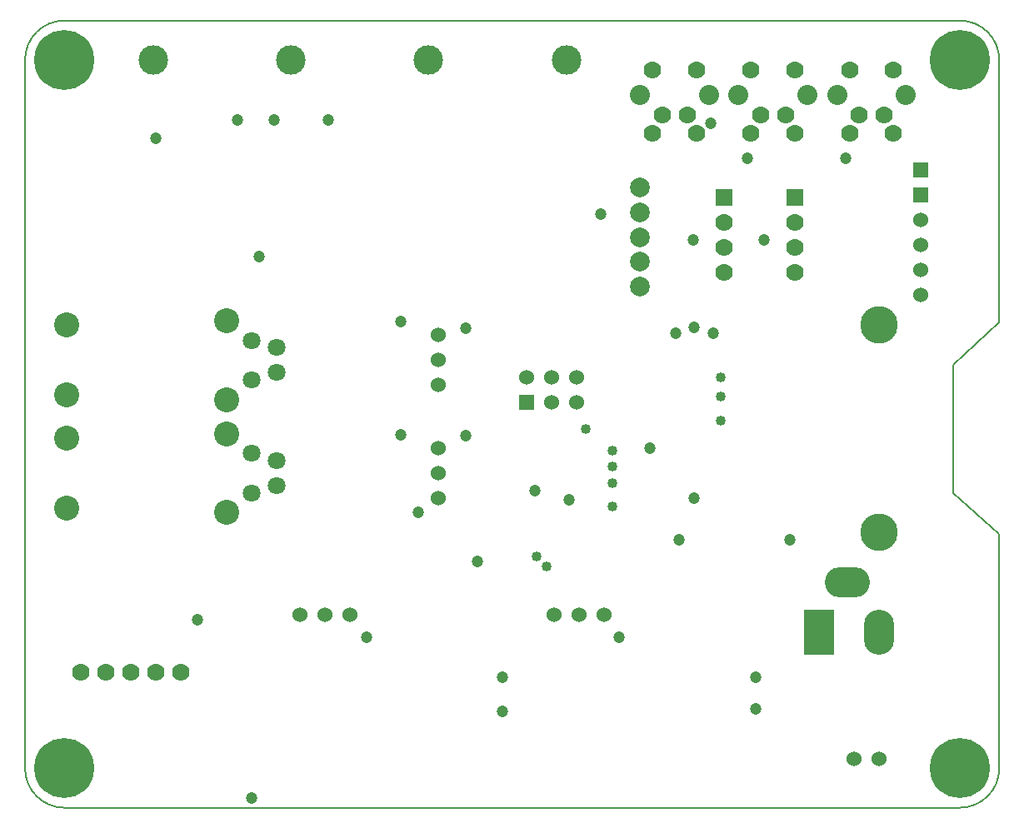
<source format=gbs>
G04 #@! TF.FileFunction,Soldermask,Bot*
%FSLAX46Y46*%
G04 Gerber Fmt 4.6, Leading zero omitted, Abs format (unit mm)*
G04 Created by KiCad (PCBNEW 4.0.0-2.201511301921+6191~38~ubuntu15.10.1-stable) date Mon Dec  7 23:41:22 2015*
%MOMM*%
G01*
G04 APERTURE LIST*
%ADD10C,0.025400*%
%ADD11C,0.127000*%
%ADD12C,1.200000*%
%ADD13C,1.016000*%
%ADD14C,3.810000*%
%ADD15R,1.524000X1.524000*%
%ADD16C,1.524000*%
%ADD17C,1.778000*%
%ADD18R,1.778000X1.778000*%
%ADD19C,2.540000*%
%ADD20C,1.800000*%
%ADD21O,3.048000X4.572000*%
%ADD22R,3.048000X4.572000*%
%ADD23O,4.572000X3.048000*%
%ADD24C,6.096000*%
%ADD25C,2.032000*%
%ADD26C,2.000000*%
%ADD27C,3.000000*%
G04 APERTURE END LIST*
D10*
D11*
X4000000Y0D02*
X95000000Y0D01*
X99000000Y49300000D02*
X94300000Y45000000D01*
X99000000Y76000000D02*
X99000000Y49300000D01*
X94300000Y38500000D02*
X94300000Y45000000D01*
X94300000Y32000000D02*
X94300000Y38500000D01*
X99000000Y27800000D02*
X94300000Y32000000D01*
X99000000Y4000000D02*
X99000000Y27800000D01*
X0Y76000000D02*
X0Y4000000D01*
X95000000Y80000000D02*
X4000000Y80000000D01*
X99000000Y76000000D02*
G75*
G03X95000000Y80000000I-4000000J0D01*
G01*
X95000000Y0D02*
G75*
G03X99000000Y4000000I0J4000000D01*
G01*
X0Y4000000D02*
G75*
G03X4000000Y0I4000000J0D01*
G01*
X4000000Y80000000D02*
G75*
G03X0Y76000000I0J-4000000D01*
G01*
D12*
X23000000Y1000000D03*
X74250000Y10000000D03*
X74250000Y13250000D03*
X60400000Y17300000D03*
X48500000Y13250000D03*
X17500000Y19100000D03*
X44750000Y48750000D03*
X63500000Y36500000D03*
X66500000Y27250000D03*
X77750000Y27250000D03*
X68000000Y48800000D03*
X69900000Y48200000D03*
X66100000Y48200000D03*
X46000000Y25000000D03*
X58500000Y60300000D03*
X75100000Y57700000D03*
X67900000Y57700000D03*
X83400000Y66000000D03*
X73400000Y66000000D03*
X69700000Y69600000D03*
X38200000Y49400000D03*
X38200000Y37900000D03*
X68000000Y31500000D03*
X55300000Y31300000D03*
X40000000Y30000000D03*
X51800000Y32200000D03*
X23800000Y56000000D03*
X30800000Y69900000D03*
X21600000Y69900000D03*
X13300000Y68000000D03*
X25300000Y69900000D03*
D13*
X57000000Y38500000D03*
X70700000Y41800000D03*
X70700000Y43700000D03*
X70700000Y39300000D03*
X52000000Y25500000D03*
X59700000Y34700000D03*
X59700000Y36300000D03*
X59650000Y30600000D03*
X59700000Y33000000D03*
X53000000Y24500000D03*
D14*
X86750000Y49041000D03*
X86750000Y27959000D03*
D15*
X50960000Y41230000D03*
D16*
X50960000Y43770000D03*
X53500000Y41230000D03*
X53500000Y43770000D03*
X56040000Y41230000D03*
X56040000Y43770000D03*
D15*
X91000000Y64850000D03*
X91000000Y62310000D03*
D16*
X91000000Y59770000D03*
X91000000Y57230000D03*
X91000000Y54690000D03*
X91000000Y52150000D03*
D17*
X78250000Y54440000D03*
X78250000Y56980000D03*
X78250000Y59520000D03*
D18*
X78250000Y62060000D03*
D17*
X71000000Y54440000D03*
X71000000Y56980000D03*
X71000000Y59520000D03*
D18*
X71000000Y62060000D03*
D16*
X42000000Y42960000D03*
X42000000Y45500000D03*
X42000000Y48040000D03*
X84230000Y5000000D03*
X86770000Y5000000D03*
D19*
X4204000Y41944000D03*
X4204000Y49056000D03*
X20460000Y49513200D03*
X20460000Y41486800D03*
D20*
X23000000Y43500000D03*
X23000000Y47500000D03*
X25540000Y44230000D03*
X25540000Y46770000D03*
D21*
X86750000Y17800000D03*
D22*
X80654000Y17800000D03*
D23*
X83575000Y22880000D03*
D16*
X42000000Y31460000D03*
X42000000Y34000000D03*
X42000000Y36540000D03*
D19*
X4204000Y30444000D03*
X4204000Y37556000D03*
X20460000Y38013200D03*
X20460000Y29986800D03*
D20*
X23000000Y32000000D03*
X23000000Y36000000D03*
X25540000Y32730000D03*
X25540000Y35270000D03*
D24*
X4000000Y76000000D03*
X95000000Y76000000D03*
X4000000Y4000000D03*
X95000000Y4000000D03*
D17*
X8210000Y13750000D03*
X15830000Y13750000D03*
X13290000Y13750000D03*
X5670000Y13750000D03*
X10750000Y13750000D03*
X68222500Y75000000D03*
X63777500Y75000000D03*
D25*
X69492500Y72460000D03*
X62507500Y72460000D03*
D17*
X63777500Y68523000D03*
X68222500Y68523000D03*
X64730000Y70428000D03*
X67270000Y70428000D03*
X88222500Y75000000D03*
X83777500Y75000000D03*
D25*
X89492500Y72460000D03*
X82507500Y72460000D03*
D17*
X83777500Y68523000D03*
X88222500Y68523000D03*
X84730000Y70428000D03*
X87270000Y70428000D03*
X78222500Y75000000D03*
X73777500Y75000000D03*
D25*
X79492500Y72460000D03*
X72507500Y72460000D03*
D17*
X73777500Y68523000D03*
X78222500Y68523000D03*
X74730000Y70428000D03*
X77270000Y70428000D03*
D12*
X44800000Y37800000D03*
D26*
X62500000Y53000000D03*
X62500000Y55500000D03*
X62500000Y58000000D03*
X62500000Y63000000D03*
X62500000Y60500000D03*
D27*
X27000000Y76000000D03*
X13000000Y76000000D03*
X41000000Y76000000D03*
X55000000Y76000000D03*
D12*
X34700000Y17300000D03*
X48500000Y9750000D03*
D16*
X53760000Y19600000D03*
X56300000Y19600000D03*
X58840000Y19600000D03*
X27960000Y19600000D03*
X30500000Y19600000D03*
X33040000Y19600000D03*
M02*

</source>
